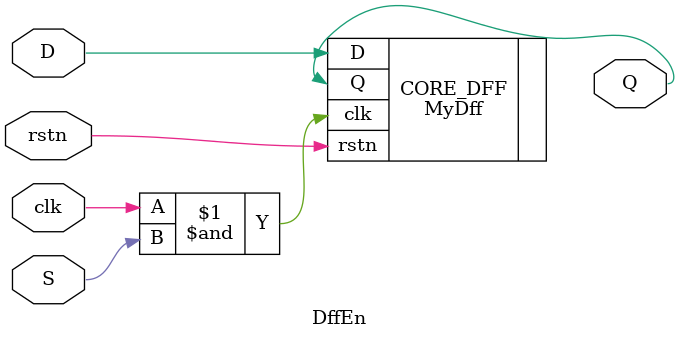
<source format=v>
/*
 * DffEn.sv
 * 
 * "Synchronous DFF with enable signal (i.e. alternate form of DFF)"
 */
module DffEn (
    // Flop I/O.
    input  D,
    output Q,
    
    // Control signal.
    input  S,
    
    // Common signals.
    input  clk,
    input  rstn
);

// Clock gated DFF (arguable not primitive, but close enough).
MyDff CORE_DFF (
    .D(D),
    .Q(Q),
    .clk(clk & S),
    .rstn(rstn)
);

endmodule

</source>
